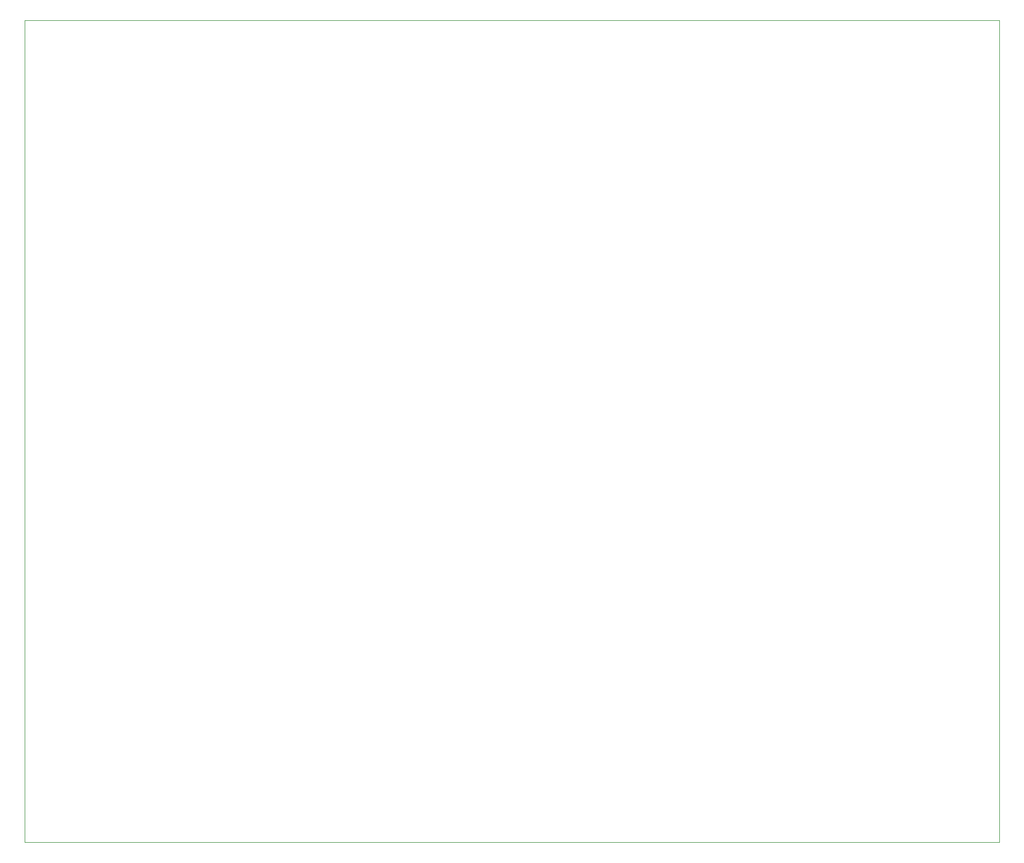
<source format=gbr>
G04 #@! TF.GenerationSoftware,KiCad,Pcbnew,(5.1.7)-1*
G04 #@! TF.CreationDate,2020-10-22T22:29:39+02:00*
G04 #@! TF.ProjectId,eurorack_engine,6575726f-7261-4636-9b5f-656e67696e65,rev?*
G04 #@! TF.SameCoordinates,Original*
G04 #@! TF.FileFunction,Profile,NP*
%FSLAX46Y46*%
G04 Gerber Fmt 4.6, Leading zero omitted, Abs format (unit mm)*
G04 Created by KiCad (PCBNEW (5.1.7)-1) date 2020-10-22 22:29:39*
%MOMM*%
%LPD*%
G01*
G04 APERTURE LIST*
G04 #@! TA.AperFunction,Profile*
%ADD10C,0.050000*%
G04 #@! TD*
G04 APERTURE END LIST*
D10*
X0Y-127000000D02*
X0Y0D01*
X150500000Y-127000000D02*
X0Y-127000000D01*
X150500000Y0D02*
X150500000Y-127000000D01*
X0Y0D02*
X150500000Y0D01*
M02*

</source>
